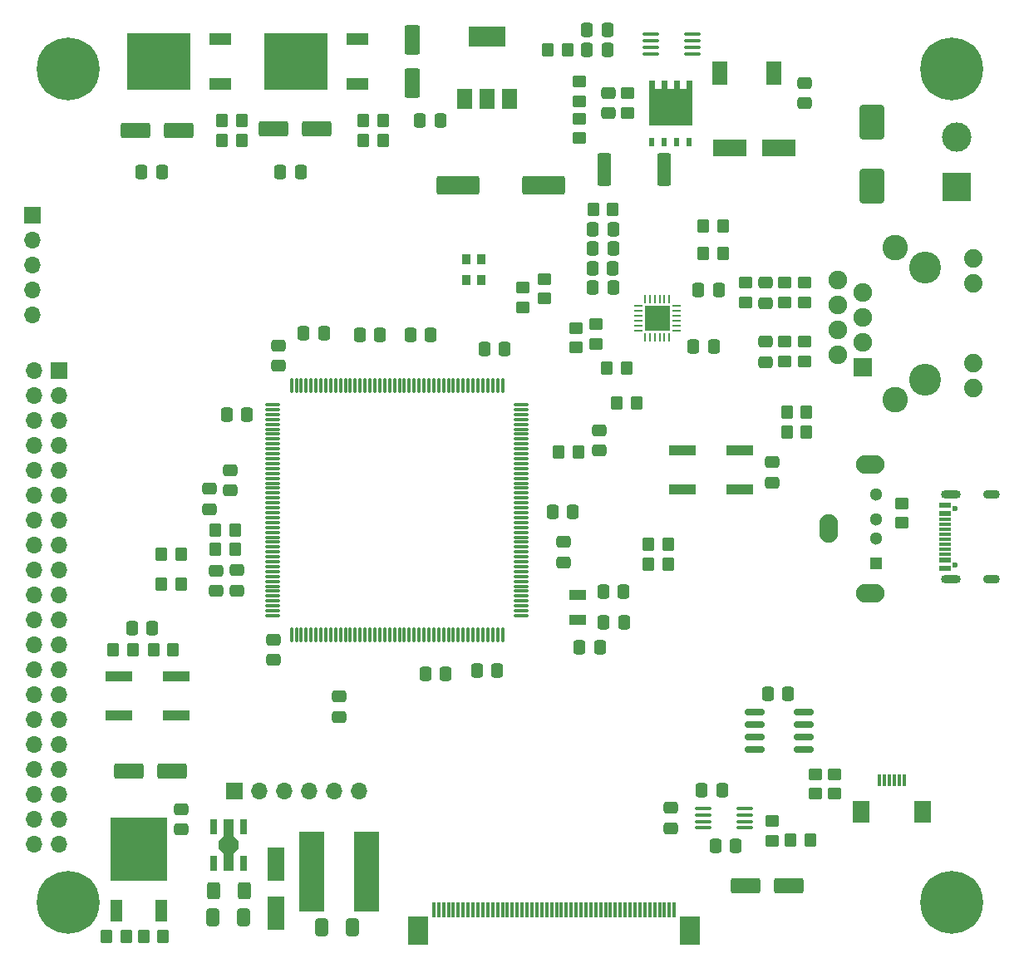
<source format=gbr>
%TF.GenerationSoftware,KiCad,Pcbnew,(5.99.0-9544-g366189b864)*%
%TF.CreationDate,2021-03-13T10:42:39+01:00*%
%TF.ProjectId,Controller,436f6e74-726f-46c6-9c65-722e6b696361,rev?*%
%TF.SameCoordinates,Original*%
%TF.FileFunction,Soldermask,Top*%
%TF.FilePolarity,Negative*%
%FSLAX46Y46*%
G04 Gerber Fmt 4.6, Leading zero omitted, Abs format (unit mm)*
G04 Created by KiCad (PCBNEW (5.99.0-9544-g366189b864)) date 2021-03-13 10:42:39*
%MOMM*%
%LPD*%
G01*
G04 APERTURE LIST*
G04 Aperture macros list*
%AMRoundRect*
0 Rectangle with rounded corners*
0 $1 Rounding radius*
0 $2 $3 $4 $5 $6 $7 $8 $9 X,Y pos of 4 corners*
0 Add a 4 corners polygon primitive as box body*
4,1,4,$2,$3,$4,$5,$6,$7,$8,$9,$2,$3,0*
0 Add four circle primitives for the rounded corners*
1,1,$1+$1,$2,$3*
1,1,$1+$1,$4,$5*
1,1,$1+$1,$6,$7*
1,1,$1+$1,$8,$9*
0 Add four rect primitives between the rounded corners*
20,1,$1+$1,$2,$3,$4,$5,0*
20,1,$1+$1,$4,$5,$6,$7,0*
20,1,$1+$1,$6,$7,$8,$9,0*
20,1,$1+$1,$8,$9,$2,$3,0*%
%AMFreePoly0*
4,1,17,2.675000,1.605000,1.875000,1.605000,1.875000,0.935000,2.675000,0.935000,2.675000,0.335000,1.875000,0.335000,1.875000,-0.335000,2.675000,-0.335000,2.675000,-0.935000,1.875000,-0.935000,1.875000,-1.605000,2.675000,-1.605000,2.675000,-2.205000,-1.875000,-2.205000,-1.875000,2.205000,2.675000,2.205000,2.675000,1.605000,2.675000,1.605000,$1*%
%AMFreePoly1*
4,1,13,0.900000,0.500000,2.600000,0.500000,2.600000,-0.500000,0.900000,-0.500000,0.400000,-1.000000,-0.400000,-1.000000,-0.900000,-0.500000,-2.600000,-0.500000,-2.600000,0.500000,-0.900000,0.500000,-0.400000,1.000000,0.400000,1.000000,0.900000,0.500000,0.900000,0.500000,$1*%
G04 Aperture macros list end*
%ADD10RoundRect,0.250000X-0.350000X-0.450000X0.350000X-0.450000X0.350000X0.450000X-0.350000X0.450000X0*%
%ADD11RoundRect,0.250000X-0.412500X-0.650000X0.412500X-0.650000X0.412500X0.650000X-0.412500X0.650000X0*%
%ADD12R,1.800000X1.000000*%
%ADD13RoundRect,0.250000X-0.337500X-0.475000X0.337500X-0.475000X0.337500X0.475000X-0.337500X0.475000X0*%
%ADD14RoundRect,0.250000X-0.450000X0.350000X-0.450000X-0.350000X0.450000X-0.350000X0.450000X0.350000X0*%
%ADD15RoundRect,0.250000X-0.475000X0.337500X-0.475000X-0.337500X0.475000X-0.337500X0.475000X0.337500X0*%
%ADD16RoundRect,0.250000X0.450000X-0.350000X0.450000X0.350000X-0.450000X0.350000X-0.450000X-0.350000X0*%
%ADD17RoundRect,0.250000X1.000000X-1.500000X1.000000X1.500000X-1.000000X1.500000X-1.000000X-1.500000X0*%
%ADD18R,1.200000X2.200000*%
%ADD19R,5.800000X6.400000*%
%ADD20R,0.300000X1.300000*%
%ADD21R,1.800000X2.200000*%
%ADD22RoundRect,0.250000X0.350000X0.450000X-0.350000X0.450000X-0.350000X-0.450000X0.350000X-0.450000X0*%
%ADD23R,1.700000X1.700000*%
%ADD24O,1.700000X1.700000*%
%ADD25RoundRect,0.250000X0.475000X-0.337500X0.475000X0.337500X-0.475000X0.337500X-0.475000X-0.337500X0*%
%ADD26RoundRect,0.250000X0.337500X0.475000X-0.337500X0.475000X-0.337500X-0.475000X0.337500X-0.475000X0*%
%ADD27RoundRect,0.250000X-1.250000X-0.550000X1.250000X-0.550000X1.250000X0.550000X-1.250000X0.550000X0*%
%ADD28FreePoly0,90.000000*%
%ADD29R,0.500000X0.850000*%
%ADD30RoundRect,0.250000X0.412500X0.650000X-0.412500X0.650000X-0.412500X-0.650000X0.412500X-0.650000X0*%
%ADD31RoundRect,0.150000X-0.825000X-0.150000X0.825000X-0.150000X0.825000X0.150000X-0.825000X0.150000X0*%
%ADD32RoundRect,0.075000X0.675000X0.075000X-0.675000X0.075000X-0.675000X-0.075000X0.675000X-0.075000X0*%
%ADD33RoundRect,0.075000X0.075000X0.675000X-0.075000X0.675000X-0.075000X-0.675000X0.075000X-0.675000X0*%
%ADD34R,1.300000X1.300000*%
%ADD35C,1.300000*%
%ADD36O,2.900000X1.900000*%
%ADD37O,1.900000X2.900000*%
%ADD38RoundRect,0.250000X0.400000X0.625000X-0.400000X0.625000X-0.400000X-0.625000X0.400000X-0.625000X0*%
%ADD39R,3.500000X1.800000*%
%ADD40C,0.800000*%
%ADD41C,6.400000*%
%ADD42R,2.800000X1.000000*%
%ADD43RoundRect,0.062500X-0.062500X0.350000X-0.062500X-0.350000X0.062500X-0.350000X0.062500X0.350000X0*%
%ADD44RoundRect,0.062500X-0.350000X0.062500X-0.350000X-0.062500X0.350000X-0.062500X0.350000X0.062500X0*%
%ADD45R,2.600000X2.600000*%
%ADD46RoundRect,0.100000X-0.712500X-0.100000X0.712500X-0.100000X0.712500X0.100000X-0.712500X0.100000X0*%
%ADD47RoundRect,0.249999X0.450001X1.425001X-0.450001X1.425001X-0.450001X-1.425001X0.450001X-1.425001X0*%
%ADD48R,0.900000X1.000000*%
%ADD49C,3.250000*%
%ADD50C,2.600000*%
%ADD51C,1.890000*%
%ADD52R,1.900000X1.900000*%
%ADD53C,1.900000*%
%ADD54C,0.600000*%
%ADD55R,1.160000X0.600000*%
%ADD56R,1.160000X0.300000*%
%ADD57O,1.700000X0.900000*%
%ADD58O,2.000000X0.900000*%
%ADD59R,1.800000X3.500000*%
%ADD60RoundRect,0.250000X1.250000X0.550000X-1.250000X0.550000X-1.250000X-0.550000X1.250000X-0.550000X0*%
%ADD61R,2.200000X1.200000*%
%ADD62R,6.400000X5.800000*%
%ADD63R,2.000000X3.000000*%
%ADD64R,0.300000X1.600000*%
%ADD65R,1.500000X2.400000*%
%ADD66RoundRect,0.250000X1.950000X0.700000X-1.950000X0.700000X-1.950000X-0.700000X1.950000X-0.700000X0*%
%ADD67R,1.500000X2.000000*%
%ADD68R,3.800000X2.000000*%
%ADD69R,2.600000X8.200000*%
%ADD70R,0.700000X1.500000*%
%ADD71FreePoly1,270.000000*%
%ADD72RoundRect,0.250000X-0.550000X1.250000X-0.550000X-1.250000X0.550000X-1.250000X0.550000X1.250000X0*%
%ADD73R,3.000000X3.000000*%
%ADD74C,3.000000*%
G04 APERTURE END LIST*
D10*
%TO.C,R40*%
X145100000Y-113100000D03*
X147100000Y-113100000D03*
%TD*%
D11*
%TO.C,C36*%
X97337500Y-122000000D03*
X100462500Y-122000000D03*
%TD*%
D12*
%TO.C,Y1*%
X123400000Y-88150000D03*
X123400000Y-90650000D03*
%TD*%
D13*
%TO.C,C34*%
X136062500Y-108000000D03*
X138137500Y-108000000D03*
%TD*%
D14*
%TO.C,R19*%
X144505011Y-56340028D03*
X144505011Y-58340028D03*
%TD*%
D13*
%TO.C,C20*%
X135717511Y-57090028D03*
X137792511Y-57090028D03*
%TD*%
D15*
%TO.C,C15*%
X125600000Y-71362500D03*
X125600000Y-73437500D03*
%TD*%
D13*
%TO.C,C3*%
X87662500Y-69800000D03*
X89737500Y-69800000D03*
%TD*%
D16*
%TO.C,R11*%
X140505011Y-58340028D03*
X140505011Y-56340028D03*
%TD*%
D17*
%TO.C,C28*%
X153400000Y-46450000D03*
X153400000Y-39950000D03*
%TD*%
D15*
%TO.C,C43*%
X143200000Y-74600000D03*
X143200000Y-76675000D03*
%TD*%
%TO.C,C25*%
X142505011Y-62340028D03*
X142505011Y-64415028D03*
%TD*%
D18*
%TO.C,U4*%
X76395000Y-120325000D03*
D19*
X78675000Y-114025000D03*
D18*
X80955000Y-120325000D03*
%TD*%
D20*
%TO.C,J8*%
X154150000Y-107000000D03*
X154650000Y-107000000D03*
X155150000Y-107000000D03*
X155650000Y-107000000D03*
X156150000Y-107000000D03*
X156650000Y-107000000D03*
D21*
X152250000Y-110250000D03*
X158550000Y-110250000D03*
%TD*%
D22*
%TO.C,R35*%
X103600000Y-41800000D03*
X101600000Y-41800000D03*
%TD*%
%TO.C,R23*%
X146705011Y-71540028D03*
X144705011Y-71540028D03*
%TD*%
D23*
%TO.C,J4*%
X67900000Y-49440000D03*
D24*
X67900000Y-51980000D03*
X67900000Y-54520000D03*
X67900000Y-57060000D03*
X67900000Y-59600000D03*
%TD*%
D10*
%TO.C,R21*%
X126400000Y-65000000D03*
X128400000Y-65000000D03*
%TD*%
D16*
%TO.C,R13*%
X146505011Y-64340028D03*
X146505011Y-62340028D03*
%TD*%
D25*
%TO.C,C2*%
X92900000Y-64775000D03*
X92900000Y-62700000D03*
%TD*%
D22*
%TO.C,R44*%
X89200000Y-41800000D03*
X87200000Y-41800000D03*
%TD*%
D25*
%TO.C,C12*%
X88700000Y-87700000D03*
X88700000Y-85625000D03*
%TD*%
D26*
%TO.C,C23*%
X128137500Y-90900000D03*
X126062500Y-90900000D03*
%TD*%
D27*
%TO.C,C50*%
X78400000Y-40800000D03*
X82800000Y-40800000D03*
%TD*%
D10*
%TO.C,R9*%
X130600000Y-83000000D03*
X132600000Y-83000000D03*
%TD*%
D28*
%TO.C,Q1*%
X132850000Y-38450000D03*
D29*
X130945000Y-42000000D03*
X132215000Y-42000000D03*
X133485000Y-42000000D03*
X134755000Y-42000000D03*
%TD*%
D14*
%TO.C,R26*%
X156400000Y-78800000D03*
X156400000Y-80800000D03*
%TD*%
D26*
%TO.C,C45*%
X109437500Y-39800000D03*
X107362500Y-39800000D03*
%TD*%
D30*
%TO.C,C32*%
X89362500Y-121000000D03*
X86237500Y-121000000D03*
%TD*%
D14*
%TO.C,R16*%
X120005011Y-55940028D03*
X120005011Y-57940028D03*
%TD*%
D31*
%TO.C,U3*%
X141450000Y-100060000D03*
X141450000Y-101330000D03*
X141450000Y-102600000D03*
X141450000Y-103870000D03*
X146400000Y-103870000D03*
X146400000Y-102600000D03*
X146400000Y-101330000D03*
X146400000Y-100060000D03*
%TD*%
D13*
%TO.C,C6*%
X123600000Y-93500000D03*
X125675000Y-93500000D03*
%TD*%
D15*
%TO.C,C13*%
X88000000Y-75400000D03*
X88000000Y-77475000D03*
%TD*%
D32*
%TO.C,U1*%
X117675000Y-90250000D03*
X117675000Y-89750000D03*
X117675000Y-89250000D03*
X117675000Y-88750000D03*
X117675000Y-88250000D03*
X117675000Y-87750000D03*
X117675000Y-87250000D03*
X117675000Y-86750000D03*
X117675000Y-86250000D03*
X117675000Y-85750000D03*
X117675000Y-85250000D03*
X117675000Y-84750000D03*
X117675000Y-84250000D03*
X117675000Y-83750000D03*
X117675000Y-83250000D03*
X117675000Y-82750000D03*
X117675000Y-82250000D03*
X117675000Y-81750000D03*
X117675000Y-81250000D03*
X117675000Y-80750000D03*
X117675000Y-80250000D03*
X117675000Y-79750000D03*
X117675000Y-79250000D03*
X117675000Y-78750000D03*
X117675000Y-78250000D03*
X117675000Y-77750000D03*
X117675000Y-77250000D03*
X117675000Y-76750000D03*
X117675000Y-76250000D03*
X117675000Y-75750000D03*
X117675000Y-75250000D03*
X117675000Y-74750000D03*
X117675000Y-74250000D03*
X117675000Y-73750000D03*
X117675000Y-73250000D03*
X117675000Y-72750000D03*
X117675000Y-72250000D03*
X117675000Y-71750000D03*
X117675000Y-71250000D03*
X117675000Y-70750000D03*
X117675000Y-70250000D03*
X117675000Y-69750000D03*
X117675000Y-69250000D03*
X117675000Y-68750000D03*
D33*
X115750000Y-66825000D03*
X115250000Y-66825000D03*
X114750000Y-66825000D03*
X114250000Y-66825000D03*
X113750000Y-66825000D03*
X113250000Y-66825000D03*
X112750000Y-66825000D03*
X112250000Y-66825000D03*
X111750000Y-66825000D03*
X111250000Y-66825000D03*
X110750000Y-66825000D03*
X110250000Y-66825000D03*
X109750000Y-66825000D03*
X109250000Y-66825000D03*
X108750000Y-66825000D03*
X108250000Y-66825000D03*
X107750000Y-66825000D03*
X107250000Y-66825000D03*
X106750000Y-66825000D03*
X106250000Y-66825000D03*
X105750000Y-66825000D03*
X105250000Y-66825000D03*
X104750000Y-66825000D03*
X104250000Y-66825000D03*
X103750000Y-66825000D03*
X103250000Y-66825000D03*
X102750000Y-66825000D03*
X102250000Y-66825000D03*
X101750000Y-66825000D03*
X101250000Y-66825000D03*
X100750000Y-66825000D03*
X100250000Y-66825000D03*
X99750000Y-66825000D03*
X99250000Y-66825000D03*
X98750000Y-66825000D03*
X98250000Y-66825000D03*
X97750000Y-66825000D03*
X97250000Y-66825000D03*
X96750000Y-66825000D03*
X96250000Y-66825000D03*
X95750000Y-66825000D03*
X95250000Y-66825000D03*
X94750000Y-66825000D03*
X94250000Y-66825000D03*
D32*
X92325000Y-68750000D03*
X92325000Y-69250000D03*
X92325000Y-69750000D03*
X92325000Y-70250000D03*
X92325000Y-70750000D03*
X92325000Y-71250000D03*
X92325000Y-71750000D03*
X92325000Y-72250000D03*
X92325000Y-72750000D03*
X92325000Y-73250000D03*
X92325000Y-73750000D03*
X92325000Y-74250000D03*
X92325000Y-74750000D03*
X92325000Y-75250000D03*
X92325000Y-75750000D03*
X92325000Y-76250000D03*
X92325000Y-76750000D03*
X92325000Y-77250000D03*
X92325000Y-77750000D03*
X92325000Y-78250000D03*
X92325000Y-78750000D03*
X92325000Y-79250000D03*
X92325000Y-79750000D03*
X92325000Y-80250000D03*
X92325000Y-80750000D03*
X92325000Y-81250000D03*
X92325000Y-81750000D03*
X92325000Y-82250000D03*
X92325000Y-82750000D03*
X92325000Y-83250000D03*
X92325000Y-83750000D03*
X92325000Y-84250000D03*
X92325000Y-84750000D03*
X92325000Y-85250000D03*
X92325000Y-85750000D03*
X92325000Y-86250000D03*
X92325000Y-86750000D03*
X92325000Y-87250000D03*
X92325000Y-87750000D03*
X92325000Y-88250000D03*
X92325000Y-88750000D03*
X92325000Y-89250000D03*
X92325000Y-89750000D03*
X92325000Y-90250000D03*
D33*
X94250000Y-92175000D03*
X94750000Y-92175000D03*
X95250000Y-92175000D03*
X95750000Y-92175000D03*
X96250000Y-92175000D03*
X96750000Y-92175000D03*
X97250000Y-92175000D03*
X97750000Y-92175000D03*
X98250000Y-92175000D03*
X98750000Y-92175000D03*
X99250000Y-92175000D03*
X99750000Y-92175000D03*
X100250000Y-92175000D03*
X100750000Y-92175000D03*
X101250000Y-92175000D03*
X101750000Y-92175000D03*
X102250000Y-92175000D03*
X102750000Y-92175000D03*
X103250000Y-92175000D03*
X103750000Y-92175000D03*
X104250000Y-92175000D03*
X104750000Y-92175000D03*
X105250000Y-92175000D03*
X105750000Y-92175000D03*
X106250000Y-92175000D03*
X106750000Y-92175000D03*
X107250000Y-92175000D03*
X107750000Y-92175000D03*
X108250000Y-92175000D03*
X108750000Y-92175000D03*
X109250000Y-92175000D03*
X109750000Y-92175000D03*
X110250000Y-92175000D03*
X110750000Y-92175000D03*
X111250000Y-92175000D03*
X111750000Y-92175000D03*
X112250000Y-92175000D03*
X112750000Y-92175000D03*
X113250000Y-92175000D03*
X113750000Y-92175000D03*
X114250000Y-92175000D03*
X114750000Y-92175000D03*
X115250000Y-92175000D03*
X115750000Y-92175000D03*
%TD*%
D15*
%TO.C,C16*%
X92400000Y-92700000D03*
X92400000Y-94775000D03*
%TD*%
D10*
%TO.C,R34*%
X101600000Y-39800000D03*
X103600000Y-39800000D03*
%TD*%
D34*
%TO.C,J5*%
X153785000Y-84900000D03*
D35*
X153785000Y-82400000D03*
X153785000Y-80400000D03*
X153785000Y-77900000D03*
D36*
X153185000Y-87970000D03*
D37*
X149005000Y-81400000D03*
D36*
X153185000Y-74830000D03*
%TD*%
D26*
%TO.C,C27*%
X144837500Y-98200000D03*
X142762500Y-98200000D03*
%TD*%
D25*
%TO.C,C1*%
X86600000Y-87725000D03*
X86600000Y-85650000D03*
%TD*%
D26*
%TO.C,C19*%
X127042511Y-56840028D03*
X124967511Y-56840028D03*
%TD*%
D10*
%TO.C,R5*%
X81000000Y-84000000D03*
X83000000Y-84000000D03*
%TD*%
D13*
%TO.C,C42*%
X113125000Y-95800000D03*
X115200000Y-95800000D03*
%TD*%
D22*
%TO.C,R25*%
X146705011Y-69540028D03*
X144705011Y-69540028D03*
%TD*%
D38*
%TO.C,R38*%
X89450000Y-118300000D03*
X86350000Y-118300000D03*
%TD*%
D15*
%TO.C,C35*%
X132900000Y-109825000D03*
X132900000Y-111900000D03*
%TD*%
D27*
%TO.C,C46*%
X77700000Y-106100000D03*
X82100000Y-106100000D03*
%TD*%
D16*
%TO.C,R15*%
X144505011Y-64340028D03*
X144505011Y-62340028D03*
%TD*%
D39*
%TO.C,D2*%
X138900000Y-42600000D03*
X143900000Y-42600000D03*
%TD*%
D22*
%TO.C,R33*%
X122400000Y-32600000D03*
X120400000Y-32600000D03*
%TD*%
D13*
%TO.C,C11*%
X113900000Y-63100000D03*
X115975000Y-63100000D03*
%TD*%
D40*
%TO.C,REF\u002A\u002A*%
X69100000Y-34500000D03*
D41*
X71500000Y-34500000D03*
D40*
X73197056Y-36197056D03*
X73900000Y-34500000D03*
X69802944Y-36197056D03*
X73197056Y-32802944D03*
X69802944Y-32802944D03*
X71500000Y-32100000D03*
X71500000Y-36900000D03*
%TD*%
D42*
%TO.C,SW2*%
X139900000Y-73400000D03*
X134100000Y-73400000D03*
X134100000Y-77400000D03*
X139900000Y-77400000D03*
%TD*%
D14*
%TO.C,R2*%
X147600000Y-106400000D03*
X147600000Y-108400000D03*
%TD*%
D26*
%TO.C,C26*%
X80075000Y-91500000D03*
X78000000Y-91500000D03*
%TD*%
D10*
%TO.C,R10*%
X125005011Y-48840028D03*
X127005011Y-48840028D03*
%TD*%
D43*
%TO.C,U2*%
X132755011Y-58022528D03*
X132255011Y-58022528D03*
X131755011Y-58022528D03*
X131255011Y-58022528D03*
X130755011Y-58022528D03*
X130255011Y-58022528D03*
D44*
X129567511Y-58710028D03*
X129567511Y-59210028D03*
X129567511Y-59710028D03*
X129567511Y-60210028D03*
X129567511Y-60710028D03*
X129567511Y-61210028D03*
D43*
X130255011Y-61897528D03*
X130755011Y-61897528D03*
X131255011Y-61897528D03*
X131755011Y-61897528D03*
X132255011Y-61897528D03*
X132755011Y-61897528D03*
D44*
X133442511Y-61210028D03*
X133442511Y-60710028D03*
X133442511Y-60210028D03*
X133442511Y-59710028D03*
X133442511Y-59210028D03*
X133442511Y-58710028D03*
D45*
X131505011Y-59960028D03*
%TD*%
D40*
%TO.C,REF\u002A\u002A*%
X159100000Y-119500000D03*
D41*
X161500000Y-119500000D03*
D40*
X163197056Y-121197056D03*
X163900000Y-119500000D03*
X159802944Y-121197056D03*
X163197056Y-117802944D03*
X159802944Y-117802944D03*
X161500000Y-117100000D03*
X161500000Y-121900000D03*
%TD*%
D14*
%TO.C,R1*%
X149600000Y-106400000D03*
X149600000Y-108400000D03*
%TD*%
D46*
%TO.C,U10*%
X136187500Y-109925000D03*
X136187500Y-110575000D03*
X136187500Y-111225000D03*
X136187500Y-111875000D03*
X140412500Y-111875000D03*
X140412500Y-111225000D03*
X140412500Y-110575000D03*
X140412500Y-109925000D03*
%TD*%
D26*
%TO.C,C30*%
X126437500Y-30600000D03*
X124362500Y-30600000D03*
%TD*%
%TO.C,C5*%
X97575000Y-61500000D03*
X95500000Y-61500000D03*
%TD*%
%TO.C,C8*%
X109975000Y-96200000D03*
X107900000Y-96200000D03*
%TD*%
D10*
%TO.C,R32*%
X79200000Y-122900000D03*
X81200000Y-122900000D03*
%TD*%
D14*
%TO.C,R42*%
X123600000Y-39600000D03*
X123600000Y-41600000D03*
%TD*%
D13*
%TO.C,C49*%
X93125000Y-45000000D03*
X95200000Y-45000000D03*
%TD*%
D47*
%TO.C,R37*%
X132250000Y-44800000D03*
X126150000Y-44800000D03*
%TD*%
D14*
%TO.C,R39*%
X143200000Y-111200000D03*
X143200000Y-113200000D03*
%TD*%
D13*
%TO.C,C7*%
X101225000Y-61600000D03*
X103300000Y-61600000D03*
%TD*%
D42*
%TO.C,SW1*%
X82500000Y-100400000D03*
X76700000Y-100400000D03*
X82500000Y-96400000D03*
X76700000Y-96400000D03*
%TD*%
D14*
%TO.C,R22*%
X146505011Y-56340028D03*
X146505011Y-58340028D03*
%TD*%
D13*
%TO.C,C17*%
X135180011Y-62840028D03*
X137255011Y-62840028D03*
%TD*%
D10*
%TO.C,R3*%
X86500000Y-81500000D03*
X88500000Y-81500000D03*
%TD*%
D48*
%TO.C,X1*%
X112025000Y-53925000D03*
X112025000Y-56075000D03*
X113575000Y-56075000D03*
X113575000Y-53925000D03*
%TD*%
D10*
%TO.C,R4*%
X86500000Y-83500000D03*
X88500000Y-83500000D03*
%TD*%
D26*
%TO.C,C31*%
X126437500Y-32600000D03*
X124362500Y-32600000D03*
%TD*%
D10*
%TO.C,R20*%
X127400000Y-68600000D03*
X129400000Y-68600000D03*
%TD*%
%TO.C,R6*%
X81000000Y-87000000D03*
X83000000Y-87000000D03*
%TD*%
D14*
%TO.C,R36*%
X128500000Y-37000000D03*
X128500000Y-39000000D03*
%TD*%
D13*
%TO.C,C9*%
X106362500Y-61600000D03*
X108437500Y-61600000D03*
%TD*%
D26*
%TO.C,C37*%
X139500000Y-113700000D03*
X137425000Y-113700000D03*
%TD*%
%TO.C,C21*%
X127012511Y-52840028D03*
X124937511Y-52840028D03*
%TD*%
D16*
%TO.C,R18*%
X123205011Y-62940028D03*
X123205011Y-60940028D03*
%TD*%
D25*
%TO.C,C47*%
X83000000Y-112037500D03*
X83000000Y-109962500D03*
%TD*%
D49*
%TO.C,J7*%
X158810011Y-54735028D03*
X158810011Y-66175028D03*
D50*
X155760011Y-68210028D03*
X155760011Y-52710028D03*
D51*
X163710011Y-53835028D03*
X163710011Y-56375028D03*
X163710011Y-64532528D03*
X163710011Y-67072528D03*
D52*
X152450011Y-64910028D03*
D53*
X149910011Y-63640028D03*
X152450011Y-62370028D03*
X149910011Y-61100028D03*
X152450011Y-59830028D03*
X149910011Y-58560028D03*
X152450011Y-57290028D03*
X149910011Y-56020028D03*
%TD*%
D26*
%TO.C,C18*%
X127005011Y-54840028D03*
X124930011Y-54840028D03*
%TD*%
D25*
%TO.C,C33*%
X126500000Y-39037500D03*
X126500000Y-36962500D03*
%TD*%
D16*
%TO.C,R24*%
X125255011Y-62540028D03*
X125255011Y-60540028D03*
%TD*%
D54*
%TO.C,J6*%
X161875000Y-85090000D03*
X161875000Y-79310000D03*
D55*
X160815000Y-85400000D03*
X160815000Y-84600000D03*
D56*
X160815000Y-83450000D03*
X160815000Y-82450000D03*
X160815000Y-81950000D03*
X160815000Y-80950000D03*
D55*
X160815000Y-79800000D03*
X160815000Y-79000000D03*
X160815000Y-79000000D03*
X160815000Y-79800000D03*
D56*
X160815000Y-80450000D03*
X160815000Y-81450000D03*
X160815000Y-82950000D03*
X160815000Y-83950000D03*
D55*
X160815000Y-84600000D03*
X160815000Y-85400000D03*
D57*
X165565000Y-77880000D03*
D58*
X161395000Y-86520000D03*
D57*
X165565000Y-86520000D03*
D58*
X161395000Y-77880000D03*
%TD*%
D15*
%TO.C,C10*%
X99100000Y-98500000D03*
X99100000Y-100575000D03*
%TD*%
D13*
%TO.C,C4*%
X120862500Y-79700000D03*
X122937500Y-79700000D03*
%TD*%
D26*
%TO.C,C40*%
X128075000Y-87800000D03*
X126000000Y-87800000D03*
%TD*%
D59*
%TO.C,D1*%
X92700000Y-120600000D03*
X92700000Y-115600000D03*
%TD*%
D40*
%TO.C,REF\u002A\u002A*%
X159100000Y-34500000D03*
X163197056Y-32802944D03*
X161500000Y-32100000D03*
X159802944Y-32802944D03*
X159802944Y-36197056D03*
X163197056Y-36197056D03*
X163900000Y-34500000D03*
X161500000Y-36900000D03*
D41*
X161500000Y-34500000D03*
%TD*%
D25*
%TO.C,C24*%
X142505011Y-58377528D03*
X142505011Y-56302528D03*
%TD*%
D27*
%TO.C,C48*%
X92400000Y-40600000D03*
X96800000Y-40600000D03*
%TD*%
D60*
%TO.C,C38*%
X144900000Y-117800000D03*
X140500000Y-117800000D03*
%TD*%
D10*
%TO.C,R12*%
X136205011Y-50540028D03*
X138205011Y-50540028D03*
%TD*%
D61*
%TO.C,U9*%
X87000000Y-36080000D03*
D62*
X80700000Y-33800000D03*
D61*
X87000000Y-31520000D03*
%TD*%
D10*
%TO.C,R27*%
X80200000Y-93700000D03*
X82200000Y-93700000D03*
%TD*%
D63*
%TO.C,J9*%
X134850000Y-122300000D03*
X107150000Y-122300000D03*
D64*
X108750000Y-120200000D03*
X109250000Y-120200000D03*
X109750000Y-120200000D03*
X110250000Y-120200000D03*
X110750000Y-120200000D03*
X111250000Y-120200000D03*
X111750000Y-120200000D03*
X112250000Y-120200000D03*
X112750000Y-120200000D03*
X113250000Y-120200000D03*
X113750000Y-120200000D03*
X114250000Y-120200000D03*
X114750000Y-120200000D03*
X115250000Y-120200000D03*
X115750000Y-120200000D03*
X116250000Y-120200000D03*
X116750000Y-120200000D03*
X117250000Y-120200000D03*
X117750000Y-120200000D03*
X118250000Y-120200000D03*
X118750000Y-120200000D03*
X119250000Y-120200000D03*
X119750000Y-120200000D03*
X120250000Y-120200000D03*
X120750000Y-120200000D03*
X121250000Y-120200000D03*
X121750000Y-120200000D03*
X122250000Y-120200000D03*
X122750000Y-120200000D03*
X123250000Y-120200000D03*
X123750000Y-120200000D03*
X124250000Y-120200000D03*
X124750000Y-120200000D03*
X125250000Y-120200000D03*
X125750000Y-120200000D03*
X126250000Y-120200000D03*
X126750000Y-120200000D03*
X127250000Y-120200000D03*
X127750000Y-120200000D03*
X128250000Y-120200000D03*
X128750000Y-120200000D03*
X129250000Y-120200000D03*
X129750000Y-120200000D03*
X130250000Y-120200000D03*
X130750000Y-120200000D03*
X131250000Y-120200000D03*
X131750000Y-120200000D03*
X132250000Y-120200000D03*
X132750000Y-120200000D03*
X133250000Y-120200000D03*
%TD*%
D65*
%TO.C,L2*%
X143350000Y-35000000D03*
X137850000Y-35000000D03*
%TD*%
D25*
%TO.C,C14*%
X85900000Y-79375000D03*
X85900000Y-77300000D03*
%TD*%
D13*
%TO.C,C51*%
X78962500Y-45000000D03*
X81037500Y-45000000D03*
%TD*%
D61*
%TO.C,U6*%
X101000000Y-36080000D03*
D62*
X94700000Y-33800000D03*
D61*
X101000000Y-31520000D03*
%TD*%
D66*
%TO.C,C39*%
X119950000Y-46400000D03*
X111250000Y-46400000D03*
%TD*%
D10*
%TO.C,R8*%
X130600000Y-85000000D03*
X132600000Y-85000000D03*
%TD*%
D16*
%TO.C,R41*%
X123600000Y-37800000D03*
X123600000Y-35800000D03*
%TD*%
D23*
%TO.C,J3*%
X88475000Y-108075000D03*
D24*
X91015000Y-108075000D03*
X93555000Y-108075000D03*
X96095000Y-108075000D03*
X98635000Y-108075000D03*
X101175000Y-108075000D03*
%TD*%
D67*
%TO.C,U5*%
X111900000Y-37550000D03*
D68*
X114200000Y-31250000D03*
D67*
X114200000Y-37550000D03*
X116500000Y-37550000D03*
%TD*%
D10*
%TO.C,R31*%
X75400000Y-122900000D03*
X77400000Y-122900000D03*
%TD*%
D46*
%TO.C,U7*%
X130887500Y-31025000D03*
X130887500Y-31675000D03*
X130887500Y-32325000D03*
X130887500Y-32975000D03*
X135112500Y-32975000D03*
X135112500Y-32325000D03*
X135112500Y-31675000D03*
X135112500Y-31025000D03*
%TD*%
D15*
%TO.C,C41*%
X122000000Y-82725000D03*
X122000000Y-84800000D03*
%TD*%
D69*
%TO.C,L1*%
X96300000Y-116300000D03*
X101900000Y-116300000D03*
%TD*%
D22*
%TO.C,R7*%
X123500000Y-73600000D03*
X121500000Y-73600000D03*
%TD*%
D26*
%TO.C,C22*%
X127012511Y-50840028D03*
X124937511Y-50840028D03*
%TD*%
D70*
%TO.C,U8*%
X89350000Y-111750000D03*
D71*
X87850000Y-113600000D03*
D70*
X86350000Y-111750000D03*
X86350000Y-115450000D03*
X89350000Y-115450000D03*
%TD*%
D14*
%TO.C,R14*%
X117805011Y-56840028D03*
X117805011Y-58840028D03*
%TD*%
D72*
%TO.C,C44*%
X106600000Y-31600000D03*
X106600000Y-36000000D03*
%TD*%
D10*
%TO.C,R43*%
X87200000Y-39800000D03*
X89200000Y-39800000D03*
%TD*%
D25*
%TO.C,C29*%
X146500000Y-38037500D03*
X146500000Y-35962500D03*
%TD*%
D10*
%TO.C,R29*%
X76100000Y-93700000D03*
X78100000Y-93700000D03*
%TD*%
D73*
%TO.C,J1*%
X162000000Y-46540000D03*
D74*
X162000000Y-41460000D03*
%TD*%
D40*
%TO.C,R*%
X69100000Y-119500000D03*
D41*
X71500000Y-119500000D03*
D40*
X73197056Y-121197056D03*
X73900000Y-119500000D03*
X69802944Y-121197056D03*
X73197056Y-117802944D03*
X69802944Y-117802944D03*
X71500000Y-117100000D03*
X71500000Y-121900000D03*
%TD*%
D10*
%TO.C,R17*%
X136205011Y-53340028D03*
X138205011Y-53340028D03*
%TD*%
D23*
%TO.C,J2*%
X70600000Y-65300000D03*
D24*
X68060000Y-65300000D03*
X70600000Y-67840000D03*
X68060000Y-67840000D03*
X70600000Y-70380000D03*
X68060000Y-70380000D03*
X70600000Y-72920000D03*
X68060000Y-72920000D03*
X70600000Y-75460000D03*
X68060000Y-75460000D03*
X70600000Y-78000000D03*
X68060000Y-78000000D03*
X70600000Y-80540000D03*
X68060000Y-80540000D03*
X70600000Y-83080000D03*
X68060000Y-83080000D03*
X70600000Y-85620000D03*
X68060000Y-85620000D03*
X70600000Y-88160000D03*
X68060000Y-88160000D03*
X70600000Y-90700000D03*
X68060000Y-90700000D03*
X70600000Y-93240000D03*
X68060000Y-93240000D03*
X70600000Y-95780000D03*
X68060000Y-95780000D03*
X70600000Y-98320000D03*
X68060000Y-98320000D03*
X70600000Y-100860000D03*
X68060000Y-100860000D03*
X70600000Y-103400000D03*
X68060000Y-103400000D03*
X70600000Y-105940000D03*
X68060000Y-105940000D03*
X70600000Y-108480000D03*
X68060000Y-108480000D03*
X70600000Y-111020000D03*
X68060000Y-111020000D03*
X70600000Y-113560000D03*
X68060000Y-113560000D03*
%TD*%
M02*

</source>
